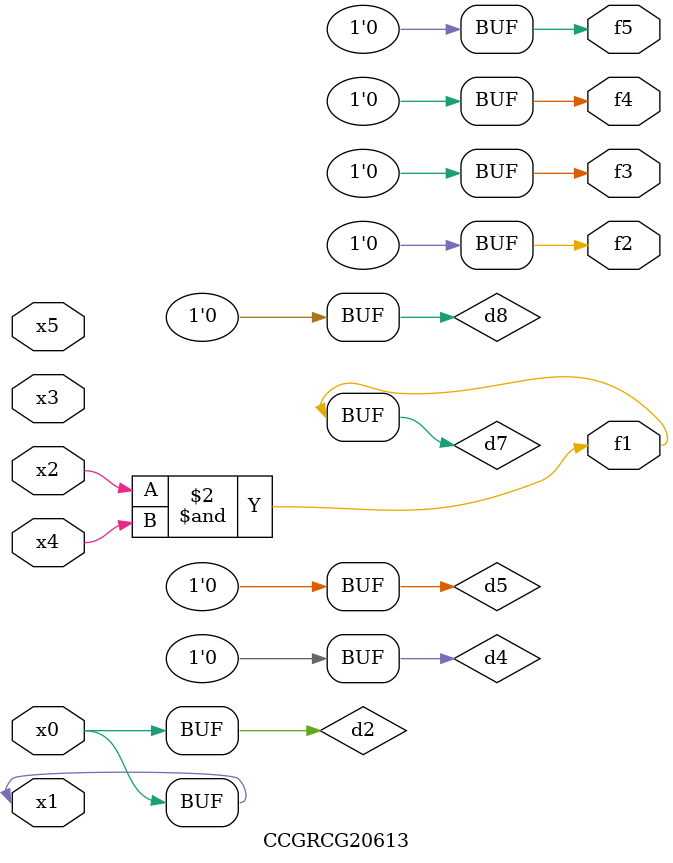
<source format=v>
module CCGRCG20613(
	input x0, x1, x2, x3, x4, x5,
	output f1, f2, f3, f4, f5
);

	wire d1, d2, d3, d4, d5, d6, d7, d8, d9;

	nand (d1, x1);
	buf (d2, x0, x1);
	nand (d3, x2, x4);
	and (d4, d1, d2);
	and (d5, d1, d2);
	nand (d6, d1, d3);
	not (d7, d3);
	xor (d8, d5);
	nor (d9, d5, d6);
	assign f1 = d7;
	assign f2 = d8;
	assign f3 = d8;
	assign f4 = d8;
	assign f5 = d8;
endmodule

</source>
